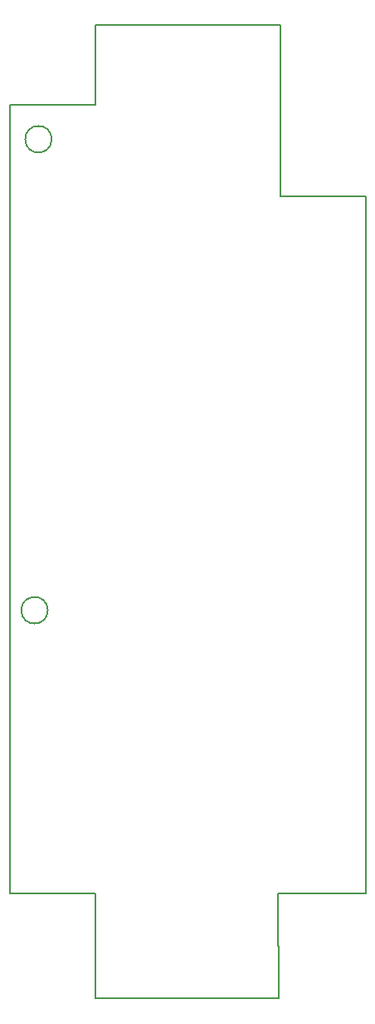
<source format=gbr>
G04 #@! TF.GenerationSoftware,KiCad,Pcbnew,(5.1.4-0-10_14)*
G04 #@! TF.CreationDate,2019-12-22T09:42:40+01:00*
G04 #@! TF.ProjectId,JETT_SELECT_Panel,4a455454-5f53-4454-9c45-43545f50616e,-*
G04 #@! TF.SameCoordinates,Original*
G04 #@! TF.FileFunction,Profile,NP*
%FSLAX46Y46*%
G04 Gerber Fmt 4.6, Leading zero omitted, Abs format (unit mm)*
G04 Created by KiCad (PCBNEW (5.1.4-0-10_14)) date 2019-12-22 09:42:40*
%MOMM*%
%LPD*%
G04 APERTURE LIST*
%ADD10C,0.200000*%
G04 APERTURE END LIST*
D10*
X88217942Y-106908600D02*
G75*
G03X88217942Y-106908600I-1352550J0D01*
G01*
X120650566Y-64789050D02*
X111919317Y-64789050D01*
X93085217Y-146437350D02*
X111817150Y-146437350D01*
X84353967Y-135693150D02*
X93085217Y-135693150D01*
X120650566Y-135769351D02*
X120650566Y-64789050D01*
X88614817Y-58966101D02*
G75*
G03X88614817Y-58966101I-1352550J0D01*
G01*
X111664435Y-135769351D02*
X120650566Y-135769351D01*
X93085217Y-55505351D02*
X84353967Y-55505351D01*
X93085217Y-135693150D02*
X93085217Y-146437350D01*
X111919317Y-47326550D02*
X93085217Y-47326550D01*
X111919317Y-64789050D02*
X111919317Y-47326550D01*
X84353967Y-55505351D02*
X84353967Y-135693150D01*
X93085217Y-47326550D02*
X93085217Y-55505351D01*
X111817150Y-146437350D02*
X111664435Y-135769351D01*
M02*

</source>
